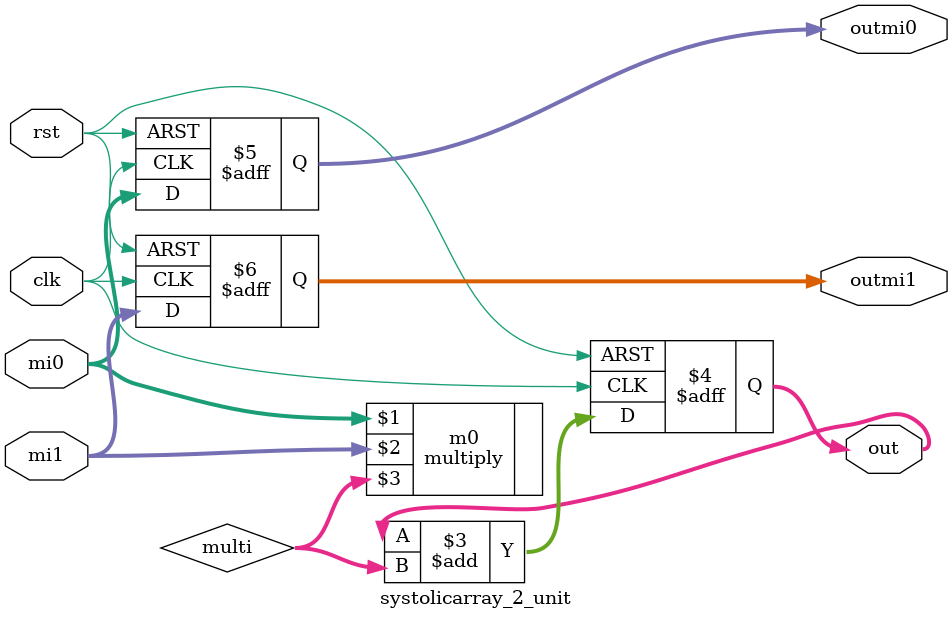
<source format=v>
`timescale 1ns / 1ps

module systolicarray_2_unit(
clk,
rst,
mi0,
mi1,
//ai,
outmi0, // outmi0 = mi0;
outmi1, // outmi1 = mi1;
out     // out = out + mi0 * mi1;
    );

parameter size=8;    
parameter decimal=4;

input clk,rst;
input[size-1:0] mi0;
input[size-1:0] mi1;
//input[size-1:0] ai;
output reg[size-1:0] out;
output reg[size-1:0] outmi0;
output reg[size-1:0] outmi1;

wire[size-1:0] multi;

multiply #(.width(size),.decimal(decimal)) m0(mi0,mi1,multi);

always@(posedge clk or negedge rst)begin
    if(~rst)begin
        out<=0;
        outmi0<=0;
        outmi1<=0;
    end
    else begin
        out<=out+multi;
        outmi0<=mi0;
        outmi1<=mi1;
    end
end

endmodule

</source>
